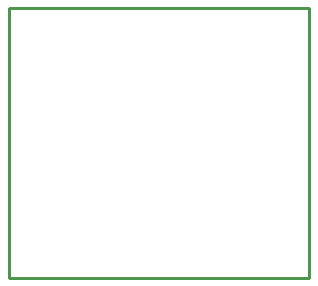
<source format=gbr>
G04 start of page 4 for group 2 idx 2 *
G04 Title: (unknown), outline *
G04 Creator: pcb 20140316 *
G04 CreationDate: Thu 02 Jul 2020 08:46:43 PM GMT UTC *
G04 For: railfan *
G04 Format: Gerber/RS-274X *
G04 PCB-Dimensions (mil): 1000.00 900.00 *
G04 PCB-Coordinate-Origin: lower left *
%MOIN*%
%FSLAX25Y25*%
%LNOUTLINE*%
%ADD19C,0.0100*%
G54D19*X0Y90000D02*X100000D01*
Y0D01*
X0D01*
Y90000D01*
M02*

</source>
